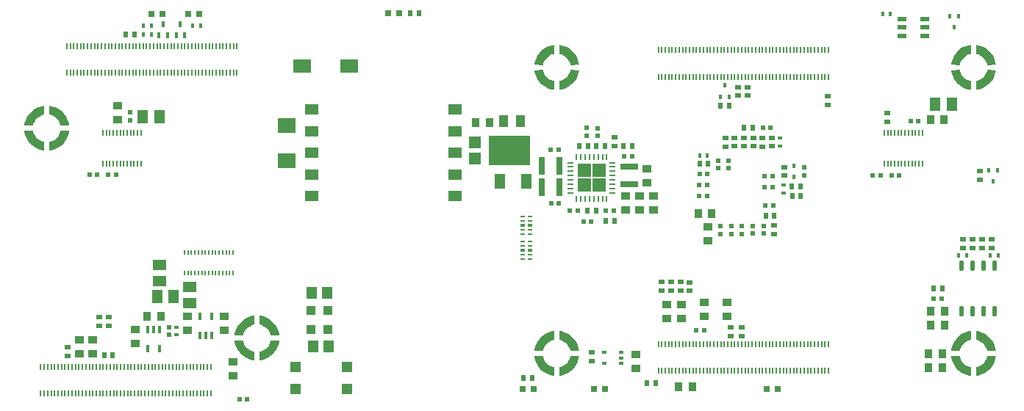
<source format=gbp>
G04*
G04 #@! TF.GenerationSoftware,Altium Limited,Altium Designer,21.3.2 (30)*
G04*
G04 Layer_Color=128*
%FSLAX44Y44*%
%MOMM*%
G71*
G04*
G04 #@! TF.SameCoordinates,F6AF6AA3-D760-431E-B483-83C9D8F16B82*
G04*
G04*
G04 #@! TF.FilePolarity,Positive*
G04*
G01*
G75*
%ADD23R,0.5500X0.6500*%
%ADD24R,0.6500X0.5500*%
%ADD25R,0.4500X0.5500*%
%ADD27R,0.8000X0.8000*%
%ADD31R,1.0000X0.9000*%
%ADD33R,0.6200X0.6200*%
%ADD34R,0.6200X0.6200*%
%ADD35R,0.9000X1.0000*%
%ADD59R,1.2000X1.2000*%
%ADD60R,1.1500X1.8000*%
%ADD61R,1.1500X1.4500*%
%ADD65R,1.5000X1.3000*%
%ADD66R,0.3000X0.7100*%
%ADD69R,0.5500X0.4500*%
%ADD71R,1.0500X1.4000*%
%ADD198R,0.4000X0.4800*%
%ADD199R,0.1800X0.7000*%
G04:AMPARAMS|DCode=201|XSize=0.25mm|YSize=0.6mm|CornerRadius=0.0313mm|HoleSize=0mm|Usage=FLASHONLY|Rotation=0.000|XOffset=0mm|YOffset=0mm|HoleType=Round|Shape=RoundedRectangle|*
%AMROUNDEDRECTD201*
21,1,0.2500,0.5375,0,0,0.0*
21,1,0.1875,0.6000,0,0,0.0*
1,1,0.0625,0.0938,-0.2688*
1,1,0.0625,-0.0938,-0.2688*
1,1,0.0625,-0.0938,0.2688*
1,1,0.0625,0.0938,0.2688*
%
%ADD201ROUNDEDRECTD201*%
G04:AMPARAMS|DCode=202|XSize=0.25mm|YSize=0.6mm|CornerRadius=0.0313mm|HoleSize=0mm|Usage=FLASHONLY|Rotation=90.000|XOffset=0mm|YOffset=0mm|HoleType=Round|Shape=RoundedRectangle|*
%AMROUNDEDRECTD202*
21,1,0.2500,0.5375,0,0,90.0*
21,1,0.1875,0.6000,0,0,90.0*
1,1,0.0625,0.2688,0.0938*
1,1,0.0625,0.2688,-0.0938*
1,1,0.0625,-0.2688,-0.0938*
1,1,0.0625,-0.2688,0.0938*
%
%ADD202ROUNDEDRECTD202*%
%ADD204R,0.8000X2.0000*%
%ADD205R,0.2200X0.5000*%
%ADD206R,0.2000X0.7000*%
%ADD207R,1.5500X1.2700*%
%ADD208R,1.0000X1.0000*%
%ADD209R,2.1590X1.7780*%
%ADD210R,1.4000X1.3900*%
%ADD211R,4.8600X3.3600*%
G04:AMPARAMS|DCode=213|XSize=0.2mm|YSize=0.565mm|CornerRadius=0.05mm|HoleSize=0mm|Usage=FLASHONLY|Rotation=90.000|XOffset=0mm|YOffset=0mm|HoleType=Round|Shape=RoundedRectangle|*
%AMROUNDEDRECTD213*
21,1,0.2000,0.4650,0,0,90.0*
21,1,0.1000,0.5650,0,0,90.0*
1,1,0.1000,0.2325,0.0500*
1,1,0.1000,0.2325,-0.0500*
1,1,0.1000,-0.2325,-0.0500*
1,1,0.1000,-0.2325,0.0500*
%
%ADD213ROUNDEDRECTD213*%
G04:AMPARAMS|DCode=214|XSize=0.4mm|YSize=0.565mm|CornerRadius=0.05mm|HoleSize=0mm|Usage=FLASHONLY|Rotation=90.000|XOffset=0mm|YOffset=0mm|HoleType=Round|Shape=RoundedRectangle|*
%AMROUNDEDRECTD214*
21,1,0.4000,0.4650,0,0,90.0*
21,1,0.3000,0.5650,0,0,90.0*
1,1,0.1000,0.2325,0.1500*
1,1,0.1000,0.2325,-0.1500*
1,1,0.1000,-0.2325,-0.1500*
1,1,0.1000,-0.2325,0.1500*
%
%ADD214ROUNDEDRECTD214*%
%ADD215R,2.0000X1.5000*%
%ADD216R,0.1500X0.6500*%
%ADD217R,1.3000X1.5000*%
%ADD218R,1.0000X0.6000*%
%ADD219R,0.4000X0.5100*%
%ADD220R,0.5200X0.5200*%
%ADD221R,2.0000X0.8000*%
%ADD222R,0.5200X0.5200*%
%ADD223O,0.5500X1.2500*%
%ADD254R,1.4900X1.4900*%
%ADD255R,0.3500X0.8500*%
%ADD256R,0.5500X0.3700*%
G36*
X35234Y335680D02*
X34040Y335422D01*
X31728Y334637D01*
X29563Y333510D01*
X27594Y332067D01*
X25868Y330341D01*
X24425Y328372D01*
X23298Y326207D01*
X22513Y323895D01*
X22255Y322701D01*
X12206Y323092D01*
X12469Y325236D01*
X13696Y329379D01*
X15590Y333262D01*
X18100Y336780D01*
X21155Y339835D01*
X24673Y342345D01*
X28556Y344239D01*
X32699Y345466D01*
X34843Y345729D01*
X34843D01*
X35234Y335680D01*
D02*
G37*
G36*
X43325Y345466D02*
X47468Y344239D01*
X51351Y342345D01*
X54869Y339835D01*
X57924Y336780D01*
X60434Y333262D01*
X62328Y329379D01*
X63555Y325236D01*
X63818Y323092D01*
X53769Y322701D01*
X53511Y323895D01*
X52726Y326207D01*
X51599Y328372D01*
X50156Y330341D01*
X48430Y332067D01*
X46461Y333510D01*
X44296Y334637D01*
X41984Y335422D01*
X40790Y335680D01*
X40790D01*
X41181Y345729D01*
X43325Y345466D01*
D02*
G37*
G36*
X22255Y322701D02*
X22255Y322701D01*
Y322701D01*
X22255D01*
D02*
G37*
G36*
X22513Y315951D02*
X23298Y313639D01*
X24425Y311474D01*
X25868Y309505D01*
X27594Y307779D01*
X29563Y306336D01*
X31728Y305209D01*
X34040Y304424D01*
X35234Y304166D01*
Y304166D01*
Y304166D01*
D01*
X34843Y294117D01*
X32699Y294380D01*
X28556Y295607D01*
X24673Y297501D01*
X21155Y300011D01*
X18100Y303066D01*
X15590Y306583D01*
X13696Y310467D01*
X12469Y314610D01*
X12206Y316754D01*
X12206Y316754D01*
X22255Y317145D01*
X22513Y315951D01*
D02*
G37*
G36*
X63818Y316754D02*
X63555Y314610D01*
X62328Y310467D01*
X60434Y306583D01*
X57924Y303066D01*
X54869Y300011D01*
X51351Y297501D01*
X47468Y295607D01*
X43325Y294380D01*
X41181Y294117D01*
Y294117D01*
X40790Y304166D01*
X41984Y304424D01*
X44296Y305209D01*
X46461Y306336D01*
X48430Y307779D01*
X50156Y309505D01*
X51599Y311474D01*
X52726Y313639D01*
X53511Y315951D01*
X53769Y317145D01*
X63818Y316754D01*
D02*
G37*
G36*
X277234Y93680D02*
X276040Y93422D01*
X273728Y92637D01*
X271563Y91510D01*
X269594Y90067D01*
X267868Y88341D01*
X266425Y86372D01*
X265298Y84207D01*
X264513Y81895D01*
X264255Y80701D01*
X254206Y81092D01*
X254469Y83236D01*
X255696Y87379D01*
X257591Y91262D01*
X260100Y94780D01*
X263155Y97835D01*
X266673Y100345D01*
X270556Y102239D01*
X274699Y103466D01*
X276843Y103729D01*
X276843D01*
X277234Y93680D01*
D02*
G37*
G36*
X264255Y80701D02*
X264255Y80701D01*
Y80701D01*
X264255D01*
D02*
G37*
G36*
X264513Y73951D02*
X265298Y71639D01*
X266425Y69474D01*
X267868Y67505D01*
X269594Y65779D01*
X271563Y64336D01*
X273728Y63209D01*
X276040Y62424D01*
X277234Y62166D01*
Y62166D01*
Y62166D01*
D01*
X276843Y52117D01*
X274699Y52380D01*
X270556Y53607D01*
X266673Y55501D01*
X263155Y58011D01*
X260100Y61066D01*
X257591Y64584D01*
X255696Y68467D01*
X254469Y72610D01*
X254206Y74754D01*
X254206Y74754D01*
X264255Y75145D01*
X264513Y73951D01*
D02*
G37*
G36*
X622534Y405839D02*
X621340Y405581D01*
X619028Y404796D01*
X616863Y403669D01*
X614894Y402226D01*
X613168Y400500D01*
X611725Y398531D01*
X610598Y396366D01*
X609813Y394054D01*
X609555Y392860D01*
X599506Y393251D01*
X599769Y395395D01*
X600996Y399538D01*
X602891Y403421D01*
X605400Y406939D01*
X608455Y409994D01*
X611973Y412504D01*
X615856Y414398D01*
X619999Y415625D01*
X622144Y415888D01*
X622144D01*
X622534Y405839D01*
D02*
G37*
G36*
X609555Y392860D02*
X609555Y392860D01*
Y392860D01*
X609555D01*
D02*
G37*
G36*
X609813Y386110D02*
X610598Y383798D01*
X611725Y381633D01*
X613168Y379664D01*
X614894Y377938D01*
X616863Y376495D01*
X619028Y375368D01*
X621340Y374583D01*
X622534Y374325D01*
Y374325D01*
Y374325D01*
D01*
X622144Y364276D01*
X619999Y364539D01*
X615856Y365766D01*
X611973Y367660D01*
X608455Y370169D01*
X605400Y373225D01*
X602891Y376743D01*
X600996Y380626D01*
X599769Y384769D01*
X599506Y386913D01*
X599506Y386913D01*
X609555Y387304D01*
X609813Y386110D01*
D02*
G37*
G36*
X285325Y103466D02*
X289468Y102239D01*
X293351Y100345D01*
X296869Y97835D01*
X299925Y94780D01*
X302434Y91262D01*
X304328Y87379D01*
X305555Y83236D01*
X305818Y81092D01*
X295769Y80701D01*
X295511Y81895D01*
X294727Y84207D01*
X293599Y86372D01*
X292156Y88341D01*
X290430Y90067D01*
X288461Y91510D01*
X286296Y92637D01*
X283984Y93422D01*
X282790Y93680D01*
X282791D01*
X283181Y103729D01*
X285325Y103466D01*
D02*
G37*
G36*
X622534Y75839D02*
X621340Y75581D01*
X619028Y74796D01*
X616863Y73669D01*
X614894Y72226D01*
X613168Y70500D01*
X611725Y68531D01*
X610598Y66366D01*
X609813Y64054D01*
X609555Y62860D01*
X599506Y63251D01*
X599769Y65395D01*
X600996Y69538D01*
X602891Y73421D01*
X605400Y76939D01*
X608455Y79994D01*
X611973Y82504D01*
X615856Y84398D01*
X619999Y85625D01*
X622144Y85888D01*
X622144D01*
X622534Y75839D01*
D02*
G37*
G36*
X609555Y62860D02*
X609555Y62860D01*
Y62860D01*
X609555D01*
D02*
G37*
G36*
X305818Y74754D02*
X305555Y72610D01*
X304328Y68467D01*
X302434Y64584D01*
X299925Y61066D01*
X296869Y58011D01*
X293351Y55501D01*
X289468Y53607D01*
X285325Y52380D01*
X283181Y52117D01*
Y52117D01*
X282790Y62166D01*
X283984Y62424D01*
X286296Y63209D01*
X288461Y64336D01*
X290430Y65779D01*
X292156Y67505D01*
X293599Y69474D01*
X294727Y71639D01*
X295511Y73951D01*
X295769Y75145D01*
X305818Y74754D01*
D02*
G37*
G36*
X609813Y56110D02*
X610598Y53798D01*
X611725Y51633D01*
X613168Y49664D01*
X614894Y47938D01*
X616863Y46495D01*
X619028Y45368D01*
X621340Y44583D01*
X622534Y44325D01*
Y44325D01*
Y44325D01*
D01*
X622144Y34276D01*
X619999Y34539D01*
X615856Y35766D01*
X611973Y37660D01*
X608455Y40170D01*
X605400Y43225D01*
X602891Y46743D01*
X600996Y50626D01*
X599769Y54769D01*
X599506Y56913D01*
X599506Y56913D01*
X609555Y57304D01*
X609813Y56110D01*
D02*
G37*
G36*
X1102534Y405839D02*
X1101340Y405581D01*
X1099028Y404796D01*
X1096863Y403669D01*
X1094894Y402226D01*
X1093168Y400500D01*
X1091725Y398531D01*
X1090598Y396366D01*
X1089813Y394054D01*
X1089555Y392860D01*
X1079506Y393251D01*
X1079769Y395395D01*
X1080996Y399538D01*
X1082890Y403421D01*
X1085400Y406939D01*
X1088455Y409994D01*
X1091973Y412504D01*
X1095856Y414398D01*
X1099999Y415625D01*
X1102143Y415888D01*
X1102143D01*
X1102534Y405839D01*
D02*
G37*
G36*
X1110625Y415625D02*
X1114768Y414398D01*
X1118652Y412504D01*
X1122169Y409994D01*
X1125225Y406939D01*
X1127734Y403421D01*
X1129628Y399538D01*
X1130855Y395395D01*
X1131118Y393251D01*
X1121069Y392860D01*
X1120811Y394054D01*
X1120026Y396366D01*
X1118899Y398531D01*
X1117456Y400500D01*
X1115730Y402226D01*
X1113761Y403669D01*
X1111596Y404796D01*
X1109284Y405581D01*
X1108090Y405839D01*
X1108091D01*
X1108481Y415888D01*
X1110625Y415625D01*
D02*
G37*
G36*
X1089555Y392860D02*
X1089555Y392860D01*
Y392860D01*
X1089555D01*
D02*
G37*
G36*
X630625Y415625D02*
X634768Y414398D01*
X638652Y412504D01*
X642169Y409994D01*
X645225Y406939D01*
X647734Y403421D01*
X649628Y399538D01*
X650855Y395395D01*
X651118Y393251D01*
X641069Y392860D01*
X640811Y394054D01*
X640026Y396366D01*
X638899Y398531D01*
X637456Y400500D01*
X635730Y402226D01*
X633761Y403669D01*
X631596Y404796D01*
X629284Y405581D01*
X628090Y405839D01*
X628091D01*
X628481Y415888D01*
X630625Y415625D01*
D02*
G37*
G36*
X1089813Y386110D02*
X1090598Y383798D01*
X1091725Y381633D01*
X1093168Y379664D01*
X1094894Y377938D01*
X1096863Y376495D01*
X1099028Y375368D01*
X1101340Y374583D01*
X1102534Y374325D01*
Y374325D01*
Y374325D01*
D01*
X1102143Y364276D01*
X1099999Y364539D01*
X1095856Y365766D01*
X1091973Y367660D01*
X1088455Y370169D01*
X1085400Y373225D01*
X1082890Y376743D01*
X1080996Y380626D01*
X1079769Y384769D01*
X1079506Y386913D01*
X1079506Y386913D01*
X1089555Y387304D01*
X1089813Y386110D01*
D02*
G37*
G36*
X1131118Y386913D02*
X1130855Y384769D01*
X1129628Y380626D01*
X1127734Y376743D01*
X1125225Y373225D01*
X1122169Y370169D01*
X1118652Y367660D01*
X1114768Y365766D01*
X1110625Y364539D01*
X1108481Y364276D01*
Y364276D01*
X1108090Y374325D01*
X1109284Y374583D01*
X1111596Y375368D01*
X1113761Y376495D01*
X1115730Y377938D01*
X1117456Y379664D01*
X1118899Y381633D01*
X1120026Y383798D01*
X1120811Y386110D01*
X1121069Y387304D01*
X1131118Y386913D01*
D02*
G37*
G36*
X651118D02*
X650855Y384769D01*
X649628Y380626D01*
X647734Y376743D01*
X645225Y373225D01*
X642169Y370169D01*
X638652Y367660D01*
X634768Y365766D01*
X630625Y364539D01*
X628481Y364276D01*
Y364276D01*
X628090Y374325D01*
X629284Y374583D01*
X631596Y375368D01*
X633761Y376495D01*
X635730Y377938D01*
X637456Y379664D01*
X638899Y381633D01*
X640026Y383798D01*
X640811Y386110D01*
X641069Y387304D01*
X651118Y386913D01*
D02*
G37*
G36*
X1102534Y75839D02*
X1101340Y75581D01*
X1099028Y74796D01*
X1096863Y73669D01*
X1094894Y72226D01*
X1093168Y70500D01*
X1091725Y68531D01*
X1090598Y66366D01*
X1089813Y64054D01*
X1089555Y62860D01*
X1079506Y63251D01*
X1079769Y65395D01*
X1080996Y69538D01*
X1082890Y73421D01*
X1085400Y76939D01*
X1088455Y79994D01*
X1091973Y82504D01*
X1095856Y84398D01*
X1099999Y85625D01*
X1102143Y85888D01*
X1102143D01*
X1102534Y75839D01*
D02*
G37*
G36*
X1110625Y85625D02*
X1114768Y84398D01*
X1118652Y82504D01*
X1122169Y79994D01*
X1125225Y76939D01*
X1127734Y73421D01*
X1129628Y69538D01*
X1130855Y65395D01*
X1131118Y63251D01*
X1121069Y62860D01*
X1120811Y64054D01*
X1120026Y66366D01*
X1118899Y68531D01*
X1117456Y70500D01*
X1115730Y72226D01*
X1113761Y73669D01*
X1111596Y74796D01*
X1109284Y75581D01*
X1108090Y75839D01*
X1108091D01*
X1108481Y85888D01*
X1110625Y85625D01*
D02*
G37*
G36*
X1089555Y62860D02*
X1089555Y62860D01*
Y62860D01*
X1089555D01*
D02*
G37*
G36*
X630625Y85625D02*
X634768Y84398D01*
X638652Y82504D01*
X642169Y79994D01*
X645225Y76939D01*
X647734Y73421D01*
X649628Y69538D01*
X650855Y65395D01*
X651118Y63251D01*
X641069Y62860D01*
X640811Y64054D01*
X640026Y66366D01*
X638899Y68531D01*
X637456Y70500D01*
X635730Y72226D01*
X633761Y73669D01*
X631596Y74796D01*
X629284Y75581D01*
X628090Y75839D01*
X628091D01*
X628481Y85888D01*
X630625Y85625D01*
D02*
G37*
G36*
X1089813Y56110D02*
X1090598Y53798D01*
X1091725Y51633D01*
X1093168Y49664D01*
X1094894Y47938D01*
X1096863Y46495D01*
X1099028Y45368D01*
X1101340Y44583D01*
X1102534Y44325D01*
Y44325D01*
Y44325D01*
D01*
X1102143Y34276D01*
X1099999Y34539D01*
X1095856Y35766D01*
X1091973Y37660D01*
X1088455Y40170D01*
X1085400Y43225D01*
X1082890Y46743D01*
X1080996Y50626D01*
X1079769Y54769D01*
X1079506Y56913D01*
X1079506Y56913D01*
X1089555Y57304D01*
X1089813Y56110D01*
D02*
G37*
G36*
X1131118Y56913D02*
X1130855Y54769D01*
X1129628Y50626D01*
X1127734Y46743D01*
X1125225Y43225D01*
X1122169Y40170D01*
X1118652Y37660D01*
X1114768Y35766D01*
X1110625Y34539D01*
X1108481Y34276D01*
Y34276D01*
X1108090Y44325D01*
X1109284Y44583D01*
X1111596Y45368D01*
X1113761Y46495D01*
X1115730Y47938D01*
X1117456Y49664D01*
X1118899Y51633D01*
X1120026Y53798D01*
X1120811Y56110D01*
X1121069Y57304D01*
X1131118Y56913D01*
D02*
G37*
G36*
X651118D02*
X650855Y54769D01*
X649628Y50626D01*
X647734Y46743D01*
X645225Y43225D01*
X642169Y40170D01*
X638652Y37660D01*
X634768Y35766D01*
X630625Y34539D01*
X628481Y34276D01*
Y34276D01*
X628090Y44325D01*
X629284Y44583D01*
X631596Y45368D01*
X633761Y46495D01*
X635730Y47938D01*
X637456Y49664D01*
X638899Y51633D01*
X640026Y53798D01*
X640811Y56110D01*
X641069Y57304D01*
X651118Y56913D01*
D02*
G37*
D23*
X104046Y57912D02*
D03*
X114046D02*
D03*
X671140Y299399D02*
D03*
X681140D02*
D03*
X670646Y224859D02*
D03*
X660646D02*
D03*
X661501Y299789D02*
D03*
X651501D02*
D03*
X702136Y299466D02*
D03*
X712136D02*
D03*
X841074Y320294D02*
D03*
X851074D02*
D03*
X906192Y252984D02*
D03*
X896192D02*
D03*
X865966Y219202D02*
D03*
X875966D02*
D03*
X896526Y242062D02*
D03*
X906526D02*
D03*
X799726Y278972D02*
D03*
X789726D02*
D03*
X739502Y26200D02*
D03*
X729502D02*
D03*
X681621Y212852D02*
D03*
X691621D02*
D03*
X814084Y346240D02*
D03*
X824084D02*
D03*
X129029Y427794D02*
D03*
X139029D02*
D03*
X456600Y452650D02*
D03*
X466600D02*
D03*
X596850Y31950D02*
D03*
X586850D02*
D03*
X1059226Y135002D02*
D03*
X1069226D02*
D03*
D24*
X61976Y66976D02*
D03*
Y56976D02*
D03*
X1005774Y327698D02*
D03*
Y337698D02*
D03*
X109728Y91948D02*
D03*
Y101948D02*
D03*
X98552Y91854D02*
D03*
Y101854D02*
D03*
X887700Y275100D02*
D03*
Y265100D02*
D03*
X691642Y309292D02*
D03*
Y299292D02*
D03*
X875538Y197946D02*
D03*
Y207946D02*
D03*
X819510Y298900D02*
D03*
Y308900D02*
D03*
X830072Y298958D02*
D03*
Y308958D02*
D03*
X851662Y298958D02*
D03*
Y308958D02*
D03*
X665416Y51120D02*
D03*
Y61120D02*
D03*
X757200Y142500D02*
D03*
Y132500D02*
D03*
X937514Y346536D02*
D03*
Y356536D02*
D03*
X746300Y142600D02*
D03*
Y132600D02*
D03*
X767950Y132350D02*
D03*
Y142350D02*
D03*
X778600Y132200D02*
D03*
Y142200D02*
D03*
X838300Y80352D02*
D03*
Y90352D02*
D03*
X825795D02*
D03*
Y80352D02*
D03*
X834324Y367496D02*
D03*
Y357496D02*
D03*
X845500Y367496D02*
D03*
Y357496D02*
D03*
X1112774Y260684D02*
D03*
Y270684D02*
D03*
X872744Y298958D02*
D03*
Y308958D02*
D03*
X1115000Y182000D02*
D03*
Y192000D02*
D03*
X1104000Y182000D02*
D03*
Y192000D02*
D03*
X1126000Y182000D02*
D03*
Y192000D02*
D03*
X1093000Y182000D02*
D03*
Y192000D02*
D03*
X840740Y298958D02*
D03*
Y308958D02*
D03*
X862359Y298917D02*
D03*
Y308917D02*
D03*
D25*
X149550Y427850D02*
D03*
X158550D02*
D03*
X789893Y288672D02*
D03*
X798893D02*
D03*
X158550Y437950D02*
D03*
X149550D02*
D03*
X1009700Y451900D02*
D03*
X1000700D02*
D03*
X206050Y438350D02*
D03*
X215050D02*
D03*
X1133500Y173000D02*
D03*
X1124500D02*
D03*
X1088500D02*
D03*
X1097500D02*
D03*
D27*
X598438Y19450D02*
D03*
X585938D02*
D03*
X668120D02*
D03*
X680620D02*
D03*
X879700D02*
D03*
X867200D02*
D03*
X431150Y452750D02*
D03*
X443650D02*
D03*
X158600Y451850D02*
D03*
X171100D02*
D03*
X213650Y452150D02*
D03*
X201150D02*
D03*
D31*
X90932Y59818D02*
D03*
Y75818D02*
D03*
X75184Y59564D02*
D03*
Y75564D02*
D03*
X720614Y225625D02*
D03*
Y241625D02*
D03*
X729234Y273048D02*
D03*
Y257048D02*
D03*
X736550Y225581D02*
D03*
Y241581D02*
D03*
X704596Y225808D02*
D03*
Y241808D02*
D03*
X799338Y190120D02*
D03*
Y206120D02*
D03*
X252476Y50672D02*
D03*
Y34672D02*
D03*
X119822Y329858D02*
D03*
Y345858D02*
D03*
X769250Y116400D02*
D03*
Y100400D02*
D03*
X752200Y116400D02*
D03*
Y100400D02*
D03*
X716900Y42750D02*
D03*
Y58750D02*
D03*
X199863Y87227D02*
D03*
Y103227D02*
D03*
X139980Y71604D02*
D03*
Y87604D02*
D03*
X242570Y103227D02*
D03*
Y87227D02*
D03*
X794990Y102616D02*
D03*
Y118616D02*
D03*
X821089D02*
D03*
Y102616D02*
D03*
D33*
X871584Y320294D02*
D03*
X862584D02*
D03*
X690901Y224859D02*
D03*
X681901D02*
D03*
X618474Y295217D02*
D03*
X627473D02*
D03*
X640572Y224859D02*
D03*
X649572D02*
D03*
X618727Y233495D02*
D03*
X627728D02*
D03*
X874006Y251762D02*
D03*
X865006D02*
D03*
X789830Y267462D02*
D03*
X798830D02*
D03*
X789576Y242062D02*
D03*
X798576D02*
D03*
X789576Y254762D02*
D03*
X798576D02*
D03*
X874450Y230886D02*
D03*
X865450D02*
D03*
X87194Y265938D02*
D03*
X96194D02*
D03*
X117784Y265938D02*
D03*
X108784D02*
D03*
X1041908Y327914D02*
D03*
X1032908D02*
D03*
X998148Y265430D02*
D03*
X989148D02*
D03*
X1010992Y265430D02*
D03*
X1019992D02*
D03*
X786254Y86840D02*
D03*
X795254D02*
D03*
X873942Y264414D02*
D03*
X864942D02*
D03*
X656226Y212090D02*
D03*
X665226D02*
D03*
X712144Y287274D02*
D03*
X703144D02*
D03*
X1068750Y123300D02*
D03*
X1059750D02*
D03*
D34*
X672838Y320083D02*
D03*
Y311083D02*
D03*
X660137Y320337D02*
D03*
Y311337D02*
D03*
X910439Y265764D02*
D03*
Y274764D02*
D03*
X838708Y198120D02*
D03*
Y207120D02*
D03*
X864108Y198192D02*
D03*
Y207192D02*
D03*
X826262Y198120D02*
D03*
Y207120D02*
D03*
X823520Y282762D02*
D03*
Y273762D02*
D03*
X813562Y198120D02*
D03*
Y207120D02*
D03*
X810985Y282762D02*
D03*
Y273762D02*
D03*
X134046Y329294D02*
D03*
Y338294D02*
D03*
X851408Y198192D02*
D03*
Y207192D02*
D03*
D35*
X1056000Y93000D02*
D03*
X1072000D02*
D03*
X1069623Y43953D02*
D03*
X1053623D02*
D03*
X1069763Y59880D02*
D03*
X1053763D02*
D03*
X804036Y221234D02*
D03*
X788036D02*
D03*
X532192Y326752D02*
D03*
X548192D02*
D03*
X1055624Y329438D02*
D03*
X1071624D02*
D03*
X765350Y21450D02*
D03*
X781350D02*
D03*
X153163Y103064D02*
D03*
X169163D02*
D03*
X1056000Y109000D02*
D03*
X1072000D02*
D03*
D59*
X383764Y19288D02*
D03*
Y44288D02*
D03*
X324764Y19288D02*
D03*
Y44288D02*
D03*
D60*
X559990Y259118D02*
D03*
X589990D02*
D03*
D61*
X344756Y67856D02*
D03*
X362756D02*
D03*
X343232Y129832D02*
D03*
X361232D02*
D03*
D65*
X202509Y117805D02*
D03*
Y136805D02*
D03*
X168092Y162321D02*
D03*
Y143321D02*
D03*
D66*
X177211Y427326D02*
D03*
X167211D02*
D03*
X172211Y439526D02*
D03*
X196950Y427500D02*
D03*
X186950D02*
D03*
X191950Y439700D02*
D03*
D69*
X886968Y254254D02*
D03*
Y245254D02*
D03*
X882639Y299582D02*
D03*
Y308582D02*
D03*
X187458Y81633D02*
D03*
Y90633D02*
D03*
D71*
X583474Y328206D02*
D03*
X564474D02*
D03*
D198*
X898700Y276900D02*
D03*
Y263700D02*
D03*
D199*
X61012Y383942D02*
D03*
X65012D02*
D03*
X69012D02*
D03*
X73012D02*
D03*
X77012D02*
D03*
X81012D02*
D03*
X85012D02*
D03*
X89012D02*
D03*
X93012D02*
D03*
X97012D02*
D03*
X101012D02*
D03*
X105012D02*
D03*
X109012D02*
D03*
X113012D02*
D03*
X117012D02*
D03*
X121012D02*
D03*
X125012D02*
D03*
X129012D02*
D03*
X133012D02*
D03*
X137012D02*
D03*
X141012D02*
D03*
X145012D02*
D03*
X149012D02*
D03*
X153012D02*
D03*
X157012D02*
D03*
X161012D02*
D03*
X165012D02*
D03*
X169012D02*
D03*
X173012D02*
D03*
X177012D02*
D03*
X181012D02*
D03*
X185012D02*
D03*
X189012D02*
D03*
X193012D02*
D03*
X197012D02*
D03*
X201012D02*
D03*
X205012D02*
D03*
X209012D02*
D03*
X213012D02*
D03*
X217012D02*
D03*
X221012D02*
D03*
X225012D02*
D03*
X229012D02*
D03*
X233012D02*
D03*
X237012D02*
D03*
X241012D02*
D03*
X245012D02*
D03*
X249012D02*
D03*
X253012D02*
D03*
X257012D02*
D03*
X61012Y414742D02*
D03*
X65012D02*
D03*
X69012D02*
D03*
X73012D02*
D03*
X77012D02*
D03*
X81012D02*
D03*
X85012D02*
D03*
X89012D02*
D03*
X93012D02*
D03*
X97012D02*
D03*
X101012D02*
D03*
X105012D02*
D03*
X109012D02*
D03*
X113012D02*
D03*
X117012D02*
D03*
X121012D02*
D03*
X125012D02*
D03*
X129012D02*
D03*
X133012D02*
D03*
X137012D02*
D03*
X141012D02*
D03*
X145012D02*
D03*
X149012D02*
D03*
X153012D02*
D03*
X157012D02*
D03*
X161012D02*
D03*
X165012D02*
D03*
X169012D02*
D03*
X173012D02*
D03*
X177012D02*
D03*
X181012D02*
D03*
X185012D02*
D03*
X189012D02*
D03*
X193012D02*
D03*
X197012D02*
D03*
X201012D02*
D03*
X205012D02*
D03*
X209012D02*
D03*
X213012D02*
D03*
X217012D02*
D03*
X221012D02*
D03*
X225012D02*
D03*
X229012D02*
D03*
X233012D02*
D03*
X237012D02*
D03*
X241012D02*
D03*
X245012D02*
D03*
X249012D02*
D03*
X253012D02*
D03*
X257012D02*
D03*
X31012Y13942D02*
D03*
X35012D02*
D03*
X39012D02*
D03*
X43012D02*
D03*
X47012D02*
D03*
X51012D02*
D03*
X55012D02*
D03*
X59012D02*
D03*
X63012D02*
D03*
X67012D02*
D03*
X71012D02*
D03*
X75012D02*
D03*
X79012D02*
D03*
X83012D02*
D03*
X87012D02*
D03*
X91012D02*
D03*
X95012D02*
D03*
X99012D02*
D03*
X103012D02*
D03*
X107012D02*
D03*
X111012D02*
D03*
X115012D02*
D03*
X119012D02*
D03*
X123012D02*
D03*
X127012D02*
D03*
X131012D02*
D03*
X135012D02*
D03*
X139012D02*
D03*
X143012D02*
D03*
X147012D02*
D03*
X151012D02*
D03*
X155012D02*
D03*
X159012D02*
D03*
X163012D02*
D03*
X167012D02*
D03*
X171012D02*
D03*
X175012D02*
D03*
X179012D02*
D03*
X183012D02*
D03*
X187012D02*
D03*
X191012D02*
D03*
X195012D02*
D03*
X199012D02*
D03*
X203012D02*
D03*
X207012D02*
D03*
X211012D02*
D03*
X215012D02*
D03*
X219012D02*
D03*
X223012D02*
D03*
X227012D02*
D03*
X31012Y44742D02*
D03*
X35012D02*
D03*
X39012D02*
D03*
X43012D02*
D03*
X47012D02*
D03*
X51012D02*
D03*
X55012D02*
D03*
X59012D02*
D03*
X63012D02*
D03*
X67012D02*
D03*
X71012D02*
D03*
X75012D02*
D03*
X79012D02*
D03*
X83012D02*
D03*
X87012D02*
D03*
X91012D02*
D03*
X95012D02*
D03*
X99012D02*
D03*
X103012D02*
D03*
X107012D02*
D03*
X111012D02*
D03*
X115012D02*
D03*
X119012D02*
D03*
X123012D02*
D03*
X127012D02*
D03*
X131012D02*
D03*
X135012D02*
D03*
X139012D02*
D03*
X143012D02*
D03*
X147012D02*
D03*
X151012D02*
D03*
X155012D02*
D03*
X159012D02*
D03*
X163012D02*
D03*
X167012D02*
D03*
X171012D02*
D03*
X175012D02*
D03*
X179012D02*
D03*
X183012D02*
D03*
X187012D02*
D03*
X191012D02*
D03*
X195012D02*
D03*
X199012D02*
D03*
X203012D02*
D03*
X207012D02*
D03*
X211012D02*
D03*
X215012D02*
D03*
X219012D02*
D03*
X223012D02*
D03*
X227012D02*
D03*
D201*
X682966Y238787D02*
D03*
X677966D02*
D03*
X672966D02*
D03*
X667966D02*
D03*
X662966D02*
D03*
X657966D02*
D03*
X652966D02*
D03*
X647966D02*
D03*
Y286787D02*
D03*
X652966D02*
D03*
X657966D02*
D03*
X662966D02*
D03*
X667966D02*
D03*
X672966D02*
D03*
X677966D02*
D03*
X682966D02*
D03*
D202*
X641466Y245287D02*
D03*
Y250287D02*
D03*
Y255287D02*
D03*
Y260287D02*
D03*
Y265287D02*
D03*
Y270287D02*
D03*
Y275287D02*
D03*
Y280287D02*
D03*
X689466D02*
D03*
Y275287D02*
D03*
Y270287D02*
D03*
Y265287D02*
D03*
Y260287D02*
D03*
Y255287D02*
D03*
Y250287D02*
D03*
Y245287D02*
D03*
D204*
X608307Y276675D02*
D03*
X628307D02*
D03*
X608307Y252037D02*
D03*
X628307D02*
D03*
D205*
X232570Y152786D02*
D03*
X236570D02*
D03*
X252570Y176786D02*
D03*
X248570D02*
D03*
X244570D02*
D03*
X240570D02*
D03*
X236570D02*
D03*
X232570D02*
D03*
X228570D02*
D03*
X224570D02*
D03*
X220570D02*
D03*
X216570D02*
D03*
X212570D02*
D03*
X208570D02*
D03*
X204570D02*
D03*
X200570D02*
D03*
X196570D02*
D03*
Y152786D02*
D03*
X200570D02*
D03*
X204570D02*
D03*
X208570D02*
D03*
X212570D02*
D03*
X216570D02*
D03*
X220570D02*
D03*
X224570D02*
D03*
X228570D02*
D03*
X240570D02*
D03*
X244570D02*
D03*
X248570D02*
D03*
X252570D02*
D03*
D206*
X938312Y379282D02*
D03*
Y410082D02*
D03*
X934312Y379282D02*
D03*
Y410082D02*
D03*
X930312Y379282D02*
D03*
Y410082D02*
D03*
X926312Y379282D02*
D03*
Y410082D02*
D03*
X922312Y379282D02*
D03*
Y410082D02*
D03*
X918312Y379282D02*
D03*
Y410082D02*
D03*
X914312Y379282D02*
D03*
Y410082D02*
D03*
X910312Y379282D02*
D03*
Y410082D02*
D03*
X906312Y379282D02*
D03*
Y410082D02*
D03*
X902312Y379282D02*
D03*
Y410082D02*
D03*
X898312Y379282D02*
D03*
Y410082D02*
D03*
X894312Y379282D02*
D03*
Y410082D02*
D03*
X890312Y379282D02*
D03*
Y410082D02*
D03*
X886312Y379282D02*
D03*
Y410082D02*
D03*
X882312Y379282D02*
D03*
Y410082D02*
D03*
X878312Y379282D02*
D03*
Y410082D02*
D03*
X874312Y379282D02*
D03*
Y410082D02*
D03*
X870312Y379282D02*
D03*
Y410082D02*
D03*
X866312Y379282D02*
D03*
Y410082D02*
D03*
X862312Y379282D02*
D03*
Y410082D02*
D03*
X858312Y379282D02*
D03*
Y410082D02*
D03*
X854312Y379282D02*
D03*
Y410082D02*
D03*
X850312Y379282D02*
D03*
Y410082D02*
D03*
X846312Y379282D02*
D03*
Y410082D02*
D03*
X842312Y379282D02*
D03*
Y410082D02*
D03*
X838312Y379282D02*
D03*
Y410082D02*
D03*
X834312Y379282D02*
D03*
Y410082D02*
D03*
X830312Y379282D02*
D03*
Y410082D02*
D03*
X826312Y379282D02*
D03*
Y410082D02*
D03*
X822312Y379282D02*
D03*
Y410082D02*
D03*
X818312Y379282D02*
D03*
Y410082D02*
D03*
X814312Y379282D02*
D03*
Y410082D02*
D03*
X810312Y379282D02*
D03*
Y410082D02*
D03*
X806312Y379282D02*
D03*
Y410082D02*
D03*
X802312Y379282D02*
D03*
Y410082D02*
D03*
X798312Y379282D02*
D03*
Y410082D02*
D03*
X794312Y379282D02*
D03*
Y410082D02*
D03*
X790312Y379282D02*
D03*
Y410082D02*
D03*
X786312Y379282D02*
D03*
Y410082D02*
D03*
X782312Y379282D02*
D03*
Y410082D02*
D03*
X778312Y379282D02*
D03*
Y410082D02*
D03*
X774312Y379282D02*
D03*
Y410082D02*
D03*
X770312Y379282D02*
D03*
Y410082D02*
D03*
X766312Y379282D02*
D03*
Y410082D02*
D03*
X762312Y379282D02*
D03*
Y410082D02*
D03*
X758312Y379282D02*
D03*
Y410082D02*
D03*
X754312Y379282D02*
D03*
Y410082D02*
D03*
X750312Y379282D02*
D03*
Y410082D02*
D03*
X746312Y379282D02*
D03*
Y410082D02*
D03*
X742312Y379282D02*
D03*
Y410082D02*
D03*
X938310Y40086D02*
D03*
Y70886D02*
D03*
X934310Y40086D02*
D03*
Y70886D02*
D03*
X930310Y40086D02*
D03*
Y70886D02*
D03*
X926310Y40086D02*
D03*
Y70886D02*
D03*
X922310Y40086D02*
D03*
Y70886D02*
D03*
X918310Y40086D02*
D03*
Y70886D02*
D03*
X914310Y40086D02*
D03*
Y70886D02*
D03*
X910310Y40086D02*
D03*
Y70886D02*
D03*
X906310Y40086D02*
D03*
Y70886D02*
D03*
X902310Y40086D02*
D03*
Y70886D02*
D03*
X898310Y40086D02*
D03*
Y70886D02*
D03*
X894310Y40086D02*
D03*
Y70886D02*
D03*
X890310Y40086D02*
D03*
Y70886D02*
D03*
X886310Y40086D02*
D03*
Y70886D02*
D03*
X882310Y40086D02*
D03*
Y70886D02*
D03*
X878310Y40086D02*
D03*
Y70886D02*
D03*
X874310Y40086D02*
D03*
Y70886D02*
D03*
X870310Y40086D02*
D03*
Y70886D02*
D03*
X866310Y40086D02*
D03*
Y70886D02*
D03*
X862310Y40086D02*
D03*
Y70886D02*
D03*
X858310Y40086D02*
D03*
Y70886D02*
D03*
X854310Y40086D02*
D03*
Y70886D02*
D03*
X850310Y40086D02*
D03*
Y70886D02*
D03*
X846310Y40086D02*
D03*
Y70886D02*
D03*
X842310Y40086D02*
D03*
Y70886D02*
D03*
X838310Y40086D02*
D03*
Y70886D02*
D03*
X834310Y40086D02*
D03*
Y70886D02*
D03*
X830310Y40086D02*
D03*
Y70886D02*
D03*
X826310Y40086D02*
D03*
Y70886D02*
D03*
X822310Y40086D02*
D03*
Y70886D02*
D03*
X818310Y40086D02*
D03*
Y70886D02*
D03*
X814310Y40086D02*
D03*
Y70886D02*
D03*
X810310Y40086D02*
D03*
Y70886D02*
D03*
X806310Y40086D02*
D03*
Y70886D02*
D03*
X802310Y40086D02*
D03*
Y70886D02*
D03*
X798310Y40086D02*
D03*
Y70886D02*
D03*
X794310Y40086D02*
D03*
Y70886D02*
D03*
X790310Y40086D02*
D03*
Y70886D02*
D03*
X786310Y40086D02*
D03*
Y70886D02*
D03*
X782310Y40086D02*
D03*
Y70886D02*
D03*
X778310Y40086D02*
D03*
Y70886D02*
D03*
X774310Y40086D02*
D03*
Y70886D02*
D03*
X770310Y40086D02*
D03*
Y70886D02*
D03*
X766310Y40086D02*
D03*
Y70886D02*
D03*
X762310Y40086D02*
D03*
Y70886D02*
D03*
X758310Y40086D02*
D03*
Y70886D02*
D03*
X754310Y40086D02*
D03*
Y70886D02*
D03*
X750310Y40086D02*
D03*
Y70886D02*
D03*
X746310Y40086D02*
D03*
Y70886D02*
D03*
X742310Y40086D02*
D03*
Y70886D02*
D03*
D207*
X508588Y341592D02*
D03*
Y316592D02*
D03*
Y291592D02*
D03*
Y266592D02*
D03*
Y241592D02*
D03*
X343088Y341592D02*
D03*
Y316592D02*
D03*
Y291592D02*
D03*
Y266592D02*
D03*
Y241592D02*
D03*
D208*
X361884Y109336D02*
D03*
Y87336D02*
D03*
X342072Y109336D02*
D03*
Y87336D02*
D03*
D209*
X314132Y323126D02*
D03*
Y282486D02*
D03*
D210*
X530936Y285294D02*
D03*
Y303694D02*
D03*
D211*
X570756Y294494D02*
D03*
D213*
X594515Y169272D02*
D03*
Y174272D02*
D03*
Y184272D02*
D03*
Y189272D02*
D03*
X586165D02*
D03*
Y184272D02*
D03*
Y174272D02*
D03*
Y169272D02*
D03*
X586420Y217890D02*
D03*
Y212890D02*
D03*
Y202890D02*
D03*
Y197890D02*
D03*
X594770D02*
D03*
Y202890D02*
D03*
Y212890D02*
D03*
Y217890D02*
D03*
D214*
X594515Y179272D02*
D03*
X586165D02*
D03*
X586420Y207890D02*
D03*
X594770D02*
D03*
D215*
X386156Y391414D02*
D03*
X332156D02*
D03*
D216*
X146566Y314686D02*
D03*
X142566D02*
D03*
X138566D02*
D03*
X134566D02*
D03*
X130566D02*
D03*
X126566D02*
D03*
X122566D02*
D03*
X118566D02*
D03*
X114566D02*
D03*
X110566D02*
D03*
X106566D02*
D03*
X102566D02*
D03*
X146566Y279186D02*
D03*
X142566D02*
D03*
X138566D02*
D03*
X134566D02*
D03*
X130566D02*
D03*
X126566D02*
D03*
X122566D02*
D03*
X118566D02*
D03*
X114566D02*
D03*
X110566D02*
D03*
X106566D02*
D03*
X102566D02*
D03*
X1046490Y314684D02*
D03*
X1042490D02*
D03*
X1038490D02*
D03*
X1034490D02*
D03*
X1030490D02*
D03*
X1026490D02*
D03*
X1022490D02*
D03*
X1018490D02*
D03*
X1014490D02*
D03*
X1010490D02*
D03*
X1006490D02*
D03*
X1002490D02*
D03*
X1046490Y279184D02*
D03*
X1042490D02*
D03*
X1038490D02*
D03*
X1034490D02*
D03*
X1030490D02*
D03*
X1026490D02*
D03*
X1022490D02*
D03*
X1018490D02*
D03*
X1014490D02*
D03*
X1010490D02*
D03*
X1006490D02*
D03*
X1002490D02*
D03*
D217*
X167488Y333248D02*
D03*
X148488D02*
D03*
X1080364Y347726D02*
D03*
X1061364D02*
D03*
X165252Y125476D02*
D03*
X184252D02*
D03*
D218*
X1023186Y445674D02*
D03*
Y436174D02*
D03*
Y426674D02*
D03*
X1049186Y445674D02*
D03*
Y436174D02*
D03*
Y426674D02*
D03*
D219*
X823830Y356250D02*
D03*
X813830D02*
D03*
X818830Y369250D02*
D03*
X1078050Y449350D02*
D03*
X1088050D02*
D03*
X1083050Y436350D02*
D03*
X1122760Y271422D02*
D03*
X1132760D02*
D03*
X1127760Y258422D02*
D03*
D220*
X260414Y7620D02*
D03*
X268414D02*
D03*
D221*
X709080Y255245D02*
D03*
Y275245D02*
D03*
D222*
X178867Y90133D02*
D03*
Y82133D02*
D03*
D223*
X1130046Y108624D02*
D03*
X1117346D02*
D03*
X1104646D02*
D03*
X1091946D02*
D03*
X1130046Y161124D02*
D03*
X1117346D02*
D03*
X1104646D02*
D03*
X1091946D02*
D03*
D254*
X656917Y271231D02*
D03*
X657018Y254331D02*
D03*
X673917D02*
D03*
Y271231D02*
D03*
D255*
X214734Y103227D02*
D03*
Y81227D02*
D03*
X227734Y103227D02*
D03*
Y81227D02*
D03*
X221234D02*
D03*
X167480Y65604D02*
D03*
Y87604D02*
D03*
X154480Y65604D02*
D03*
Y87604D02*
D03*
X160980D02*
D03*
D256*
X699300Y54850D02*
D03*
Y61350D02*
D03*
X680300D02*
D03*
X699300Y48350D02*
D03*
X680300D02*
D03*
M02*

</source>
